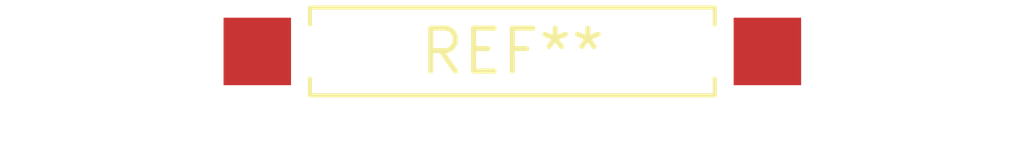
<source format=kicad_pcb>
(kicad_pcb (version 20240108) (generator pcbnew)
  (layers (0 "F.Cu" signal) (31 "B.Cu" signal) (34 "B.Paste" user) (35 "F.Paste" user) (36 "B.SilkS" user "B.Silkscreen") (37 "F.SilkS" user "F.Silkscreen") (38 "B.Mask" user) (39 "F.Mask" user) (44 "Edge.Cuts" user))
  (net 0 "")
  (footprint "SW_SPST_REED_CT10-XXXX-G1" (layer "F.Cu") (at 0 0)
    (property "Reference" "REF**")
    (property "Value" "SW_SPST_REED_CT10-XXXX-G1")
    (fp_line (start -6 -1.3) (end -6 -0.8) (layer "F.SilkS") (stroke (width 0.12)))
    (fp_line (start -6 0.8) (end -6 1.3) (layer "F.SilkS") (stroke (width 0.12)))
    (fp_line (start -6 1.3) (end 6 1.3) (layer "F.SilkS") (stroke (width 0.12)))
    (fp_line (start 6 -1.3) (end -6 -1.3) (layer "F.SilkS") (stroke (width 0.12)))
    (fp_line (start 6 -0.8) (end 6 -1.3) (layer "F.SilkS") (stroke (width 0.12)))
    (fp_line (start 6 1.3) (end 6 0.8) (layer "F.SilkS") (stroke (width 0.12)))
    (pad "1" smd rect (at -7.56 0) (size 2 2) (layers "F.Cu" "F.Paste" "F.Mask"))
    (pad "2" smd rect (at 7.56 0) (size 2 2) (layers "F.Cu" "F.Paste" "F.Mask"))
  )
)
</source>
